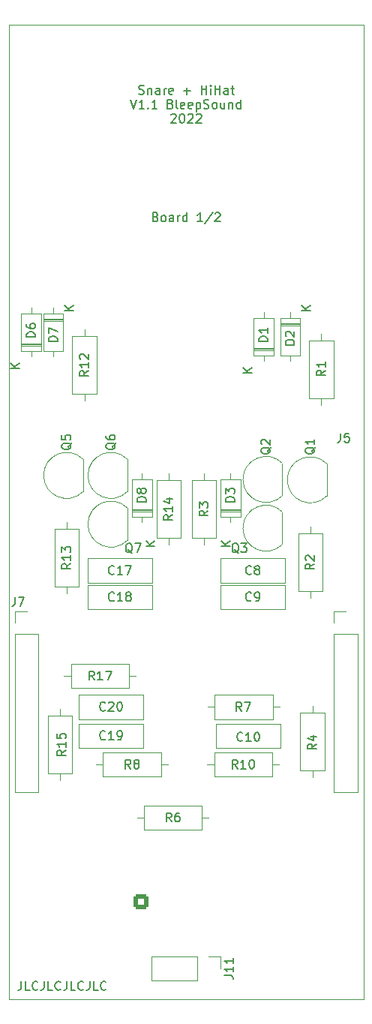
<source format=gto>
G04 #@! TF.GenerationSoftware,KiCad,Pcbnew,(6.0.6)*
G04 #@! TF.CreationDate,2022-10-26T13:26:05+02:00*
G04 #@! TF.ProjectId,Snare+Hihat,536e6172-652b-4486-9968-61742e6b6963,rev?*
G04 #@! TF.SameCoordinates,Original*
G04 #@! TF.FileFunction,Legend,Top*
G04 #@! TF.FilePolarity,Positive*
%FSLAX46Y46*%
G04 Gerber Fmt 4.6, Leading zero omitted, Abs format (unit mm)*
G04 Created by KiCad (PCBNEW (6.0.6)) date 2022-10-26 13:26:05*
%MOMM*%
%LPD*%
G01*
G04 APERTURE LIST*
G04 Aperture macros list*
%AMRoundRect*
0 Rectangle with rounded corners*
0 $1 Rounding radius*
0 $2 $3 $4 $5 $6 $7 $8 $9 X,Y pos of 4 corners*
0 Add a 4 corners polygon primitive as box body*
4,1,4,$2,$3,$4,$5,$6,$7,$8,$9,$2,$3,0*
0 Add four circle primitives for the rounded corners*
1,1,$1+$1,$2,$3*
1,1,$1+$1,$4,$5*
1,1,$1+$1,$6,$7*
1,1,$1+$1,$8,$9*
0 Add four rect primitives between the rounded corners*
20,1,$1+$1,$2,$3,$4,$5,0*
20,1,$1+$1,$4,$5,$6,$7,0*
20,1,$1+$1,$6,$7,$8,$9,0*
20,1,$1+$1,$8,$9,$2,$3,0*%
G04 Aperture macros list end*
G04 #@! TA.AperFunction,Profile*
%ADD10C,0.050000*%
G04 #@! TD*
%ADD11C,0.150000*%
%ADD12C,0.120000*%
%ADD13C,1.600000*%
%ADD14R,1.600000X1.600000*%
%ADD15O,1.600000X1.600000*%
%ADD16R,1.700000X1.700000*%
%ADD17O,1.700000X1.700000*%
%ADD18R,1.500000X1.050000*%
%ADD19O,1.500000X1.050000*%
%ADD20R,1.800000X1.800000*%
%ADD21C,1.800000*%
%ADD22C,2.000000*%
%ADD23O,2.000000X2.000000*%
%ADD24RoundRect,0.250000X-0.600000X0.600000X-0.600000X-0.600000X0.600000X-0.600000X0.600000X0.600000X0*%
%ADD25C,1.700000*%
G04 APERTURE END LIST*
D10*
X69999999Y-31000000D02*
X70000000Y-141000000D01*
X30000000Y-31000000D02*
X30000000Y-141000000D01*
X30000000Y-31000000D02*
X69999999Y-31000000D01*
X30000000Y-141000000D02*
X70000000Y-141000000D01*
D11*
X31380952Y-138952380D02*
X31380952Y-139666666D01*
X31333333Y-139809523D01*
X31238095Y-139904761D01*
X31095238Y-139952380D01*
X31000000Y-139952380D01*
X32333333Y-139952380D02*
X31857142Y-139952380D01*
X31857142Y-138952380D01*
X33238095Y-139857142D02*
X33190476Y-139904761D01*
X33047619Y-139952380D01*
X32952380Y-139952380D01*
X32809523Y-139904761D01*
X32714285Y-139809523D01*
X32666666Y-139714285D01*
X32619047Y-139523809D01*
X32619047Y-139380952D01*
X32666666Y-139190476D01*
X32714285Y-139095238D01*
X32809523Y-139000000D01*
X32952380Y-138952380D01*
X33047619Y-138952380D01*
X33190476Y-139000000D01*
X33238095Y-139047619D01*
X33952380Y-138952380D02*
X33952380Y-139666666D01*
X33904761Y-139809523D01*
X33809523Y-139904761D01*
X33666666Y-139952380D01*
X33571428Y-139952380D01*
X34904761Y-139952380D02*
X34428571Y-139952380D01*
X34428571Y-138952380D01*
X35809523Y-139857142D02*
X35761904Y-139904761D01*
X35619047Y-139952380D01*
X35523809Y-139952380D01*
X35380952Y-139904761D01*
X35285714Y-139809523D01*
X35238095Y-139714285D01*
X35190476Y-139523809D01*
X35190476Y-139380952D01*
X35238095Y-139190476D01*
X35285714Y-139095238D01*
X35380952Y-139000000D01*
X35523809Y-138952380D01*
X35619047Y-138952380D01*
X35761904Y-139000000D01*
X35809523Y-139047619D01*
X36523809Y-138952380D02*
X36523809Y-139666666D01*
X36476190Y-139809523D01*
X36380952Y-139904761D01*
X36238095Y-139952380D01*
X36142857Y-139952380D01*
X37476190Y-139952380D02*
X37000000Y-139952380D01*
X37000000Y-138952380D01*
X38380952Y-139857142D02*
X38333333Y-139904761D01*
X38190476Y-139952380D01*
X38095238Y-139952380D01*
X37952380Y-139904761D01*
X37857142Y-139809523D01*
X37809523Y-139714285D01*
X37761904Y-139523809D01*
X37761904Y-139380952D01*
X37809523Y-139190476D01*
X37857142Y-139095238D01*
X37952380Y-139000000D01*
X38095238Y-138952380D01*
X38190476Y-138952380D01*
X38333333Y-139000000D01*
X38380952Y-139047619D01*
X39095238Y-138952380D02*
X39095238Y-139666666D01*
X39047619Y-139809523D01*
X38952380Y-139904761D01*
X38809523Y-139952380D01*
X38714285Y-139952380D01*
X40047619Y-139952380D02*
X39571428Y-139952380D01*
X39571428Y-138952380D01*
X40952380Y-139857142D02*
X40904761Y-139904761D01*
X40761904Y-139952380D01*
X40666666Y-139952380D01*
X40523809Y-139904761D01*
X40428571Y-139809523D01*
X40380952Y-139714285D01*
X40333333Y-139523809D01*
X40333333Y-139380952D01*
X40380952Y-139190476D01*
X40428571Y-139095238D01*
X40523809Y-139000000D01*
X40666666Y-138952380D01*
X40761904Y-138952380D01*
X40904761Y-139000000D01*
X40952380Y-139047619D01*
X44666666Y-38794761D02*
X44809523Y-38842380D01*
X45047619Y-38842380D01*
X45142857Y-38794761D01*
X45190476Y-38747142D01*
X45238095Y-38651904D01*
X45238095Y-38556666D01*
X45190476Y-38461428D01*
X45142857Y-38413809D01*
X45047619Y-38366190D01*
X44857142Y-38318571D01*
X44761904Y-38270952D01*
X44714285Y-38223333D01*
X44666666Y-38128095D01*
X44666666Y-38032857D01*
X44714285Y-37937619D01*
X44761904Y-37890000D01*
X44857142Y-37842380D01*
X45095238Y-37842380D01*
X45238095Y-37890000D01*
X45666666Y-38175714D02*
X45666666Y-38842380D01*
X45666666Y-38270952D02*
X45714285Y-38223333D01*
X45809523Y-38175714D01*
X45952380Y-38175714D01*
X46047619Y-38223333D01*
X46095238Y-38318571D01*
X46095238Y-38842380D01*
X47000000Y-38842380D02*
X47000000Y-38318571D01*
X46952380Y-38223333D01*
X46857142Y-38175714D01*
X46666666Y-38175714D01*
X46571428Y-38223333D01*
X47000000Y-38794761D02*
X46904761Y-38842380D01*
X46666666Y-38842380D01*
X46571428Y-38794761D01*
X46523809Y-38699523D01*
X46523809Y-38604285D01*
X46571428Y-38509047D01*
X46666666Y-38461428D01*
X46904761Y-38461428D01*
X47000000Y-38413809D01*
X47476190Y-38842380D02*
X47476190Y-38175714D01*
X47476190Y-38366190D02*
X47523809Y-38270952D01*
X47571428Y-38223333D01*
X47666666Y-38175714D01*
X47761904Y-38175714D01*
X48476190Y-38794761D02*
X48380952Y-38842380D01*
X48190476Y-38842380D01*
X48095238Y-38794761D01*
X48047619Y-38699523D01*
X48047619Y-38318571D01*
X48095238Y-38223333D01*
X48190476Y-38175714D01*
X48380952Y-38175714D01*
X48476190Y-38223333D01*
X48523809Y-38318571D01*
X48523809Y-38413809D01*
X48047619Y-38509047D01*
X49714285Y-38461428D02*
X50476190Y-38461428D01*
X50095238Y-38842380D02*
X50095238Y-38080476D01*
X51714285Y-38842380D02*
X51714285Y-37842380D01*
X51714285Y-38318571D02*
X52285714Y-38318571D01*
X52285714Y-38842380D02*
X52285714Y-37842380D01*
X52761904Y-38842380D02*
X52761904Y-38175714D01*
X52761904Y-37842380D02*
X52714285Y-37890000D01*
X52761904Y-37937619D01*
X52809523Y-37890000D01*
X52761904Y-37842380D01*
X52761904Y-37937619D01*
X53238095Y-38842380D02*
X53238095Y-37842380D01*
X53238095Y-38318571D02*
X53809523Y-38318571D01*
X53809523Y-38842380D02*
X53809523Y-37842380D01*
X54714285Y-38842380D02*
X54714285Y-38318571D01*
X54666666Y-38223333D01*
X54571428Y-38175714D01*
X54380952Y-38175714D01*
X54285714Y-38223333D01*
X54714285Y-38794761D02*
X54619047Y-38842380D01*
X54380952Y-38842380D01*
X54285714Y-38794761D01*
X54238095Y-38699523D01*
X54238095Y-38604285D01*
X54285714Y-38509047D01*
X54380952Y-38461428D01*
X54619047Y-38461428D01*
X54714285Y-38413809D01*
X55047619Y-38175714D02*
X55428571Y-38175714D01*
X55190476Y-37842380D02*
X55190476Y-38699523D01*
X55238095Y-38794761D01*
X55333333Y-38842380D01*
X55428571Y-38842380D01*
X43738095Y-39452380D02*
X44071428Y-40452380D01*
X44404761Y-39452380D01*
X45261904Y-40452380D02*
X44690476Y-40452380D01*
X44976190Y-40452380D02*
X44976190Y-39452380D01*
X44880952Y-39595238D01*
X44785714Y-39690476D01*
X44690476Y-39738095D01*
X45690476Y-40357142D02*
X45738095Y-40404761D01*
X45690476Y-40452380D01*
X45642857Y-40404761D01*
X45690476Y-40357142D01*
X45690476Y-40452380D01*
X46690476Y-40452380D02*
X46119047Y-40452380D01*
X46404761Y-40452380D02*
X46404761Y-39452380D01*
X46309523Y-39595238D01*
X46214285Y-39690476D01*
X46119047Y-39738095D01*
X48214285Y-39928571D02*
X48357142Y-39976190D01*
X48404761Y-40023809D01*
X48452380Y-40119047D01*
X48452380Y-40261904D01*
X48404761Y-40357142D01*
X48357142Y-40404761D01*
X48261904Y-40452380D01*
X47880952Y-40452380D01*
X47880952Y-39452380D01*
X48214285Y-39452380D01*
X48309523Y-39500000D01*
X48357142Y-39547619D01*
X48404761Y-39642857D01*
X48404761Y-39738095D01*
X48357142Y-39833333D01*
X48309523Y-39880952D01*
X48214285Y-39928571D01*
X47880952Y-39928571D01*
X49023809Y-40452380D02*
X48928571Y-40404761D01*
X48880952Y-40309523D01*
X48880952Y-39452380D01*
X49785714Y-40404761D02*
X49690476Y-40452380D01*
X49500000Y-40452380D01*
X49404761Y-40404761D01*
X49357142Y-40309523D01*
X49357142Y-39928571D01*
X49404761Y-39833333D01*
X49500000Y-39785714D01*
X49690476Y-39785714D01*
X49785714Y-39833333D01*
X49833333Y-39928571D01*
X49833333Y-40023809D01*
X49357142Y-40119047D01*
X50642857Y-40404761D02*
X50547619Y-40452380D01*
X50357142Y-40452380D01*
X50261904Y-40404761D01*
X50214285Y-40309523D01*
X50214285Y-39928571D01*
X50261904Y-39833333D01*
X50357142Y-39785714D01*
X50547619Y-39785714D01*
X50642857Y-39833333D01*
X50690476Y-39928571D01*
X50690476Y-40023809D01*
X50214285Y-40119047D01*
X51119047Y-39785714D02*
X51119047Y-40785714D01*
X51119047Y-39833333D02*
X51214285Y-39785714D01*
X51404761Y-39785714D01*
X51500000Y-39833333D01*
X51547619Y-39880952D01*
X51595238Y-39976190D01*
X51595238Y-40261904D01*
X51547619Y-40357142D01*
X51500000Y-40404761D01*
X51404761Y-40452380D01*
X51214285Y-40452380D01*
X51119047Y-40404761D01*
X51976190Y-40404761D02*
X52119047Y-40452380D01*
X52357142Y-40452380D01*
X52452380Y-40404761D01*
X52500000Y-40357142D01*
X52547619Y-40261904D01*
X52547619Y-40166666D01*
X52500000Y-40071428D01*
X52452380Y-40023809D01*
X52357142Y-39976190D01*
X52166666Y-39928571D01*
X52071428Y-39880952D01*
X52023809Y-39833333D01*
X51976190Y-39738095D01*
X51976190Y-39642857D01*
X52023809Y-39547619D01*
X52071428Y-39500000D01*
X52166666Y-39452380D01*
X52404761Y-39452380D01*
X52547619Y-39500000D01*
X53119047Y-40452380D02*
X53023809Y-40404761D01*
X52976190Y-40357142D01*
X52928571Y-40261904D01*
X52928571Y-39976190D01*
X52976190Y-39880952D01*
X53023809Y-39833333D01*
X53119047Y-39785714D01*
X53261904Y-39785714D01*
X53357142Y-39833333D01*
X53404761Y-39880952D01*
X53452380Y-39976190D01*
X53452380Y-40261904D01*
X53404761Y-40357142D01*
X53357142Y-40404761D01*
X53261904Y-40452380D01*
X53119047Y-40452380D01*
X54309523Y-39785714D02*
X54309523Y-40452380D01*
X53880952Y-39785714D02*
X53880952Y-40309523D01*
X53928571Y-40404761D01*
X54023809Y-40452380D01*
X54166666Y-40452380D01*
X54261904Y-40404761D01*
X54309523Y-40357142D01*
X54785714Y-39785714D02*
X54785714Y-40452380D01*
X54785714Y-39880952D02*
X54833333Y-39833333D01*
X54928571Y-39785714D01*
X55071428Y-39785714D01*
X55166666Y-39833333D01*
X55214285Y-39928571D01*
X55214285Y-40452380D01*
X56119047Y-40452380D02*
X56119047Y-39452380D01*
X56119047Y-40404761D02*
X56023809Y-40452380D01*
X55833333Y-40452380D01*
X55738095Y-40404761D01*
X55690476Y-40357142D01*
X55642857Y-40261904D01*
X55642857Y-39976190D01*
X55690476Y-39880952D01*
X55738095Y-39833333D01*
X55833333Y-39785714D01*
X56023809Y-39785714D01*
X56119047Y-39833333D01*
X48285714Y-41157619D02*
X48333333Y-41110000D01*
X48428571Y-41062380D01*
X48666666Y-41062380D01*
X48761904Y-41110000D01*
X48809523Y-41157619D01*
X48857142Y-41252857D01*
X48857142Y-41348095D01*
X48809523Y-41490952D01*
X48238095Y-42062380D01*
X48857142Y-42062380D01*
X49476190Y-41062380D02*
X49571428Y-41062380D01*
X49666666Y-41110000D01*
X49714285Y-41157619D01*
X49761904Y-41252857D01*
X49809523Y-41443333D01*
X49809523Y-41681428D01*
X49761904Y-41871904D01*
X49714285Y-41967142D01*
X49666666Y-42014761D01*
X49571428Y-42062380D01*
X49476190Y-42062380D01*
X49380952Y-42014761D01*
X49333333Y-41967142D01*
X49285714Y-41871904D01*
X49238095Y-41681428D01*
X49238095Y-41443333D01*
X49285714Y-41252857D01*
X49333333Y-41157619D01*
X49380952Y-41110000D01*
X49476190Y-41062380D01*
X50190476Y-41157619D02*
X50238095Y-41110000D01*
X50333333Y-41062380D01*
X50571428Y-41062380D01*
X50666666Y-41110000D01*
X50714285Y-41157619D01*
X50761904Y-41252857D01*
X50761904Y-41348095D01*
X50714285Y-41490952D01*
X50142857Y-42062380D01*
X50761904Y-42062380D01*
X51142857Y-41157619D02*
X51190476Y-41110000D01*
X51285714Y-41062380D01*
X51523809Y-41062380D01*
X51619047Y-41110000D01*
X51666666Y-41157619D01*
X51714285Y-41252857D01*
X51714285Y-41348095D01*
X51666666Y-41490952D01*
X51095238Y-42062380D01*
X51714285Y-42062380D01*
X46547619Y-52678571D02*
X46690476Y-52726190D01*
X46738095Y-52773809D01*
X46785714Y-52869047D01*
X46785714Y-53011904D01*
X46738095Y-53107142D01*
X46690476Y-53154761D01*
X46595238Y-53202380D01*
X46214285Y-53202380D01*
X46214285Y-52202380D01*
X46547619Y-52202380D01*
X46642857Y-52250000D01*
X46690476Y-52297619D01*
X46738095Y-52392857D01*
X46738095Y-52488095D01*
X46690476Y-52583333D01*
X46642857Y-52630952D01*
X46547619Y-52678571D01*
X46214285Y-52678571D01*
X47357142Y-53202380D02*
X47261904Y-53154761D01*
X47214285Y-53107142D01*
X47166666Y-53011904D01*
X47166666Y-52726190D01*
X47214285Y-52630952D01*
X47261904Y-52583333D01*
X47357142Y-52535714D01*
X47500000Y-52535714D01*
X47595238Y-52583333D01*
X47642857Y-52630952D01*
X47690476Y-52726190D01*
X47690476Y-53011904D01*
X47642857Y-53107142D01*
X47595238Y-53154761D01*
X47500000Y-53202380D01*
X47357142Y-53202380D01*
X48547619Y-53202380D02*
X48547619Y-52678571D01*
X48500000Y-52583333D01*
X48404761Y-52535714D01*
X48214285Y-52535714D01*
X48119047Y-52583333D01*
X48547619Y-53154761D02*
X48452380Y-53202380D01*
X48214285Y-53202380D01*
X48119047Y-53154761D01*
X48071428Y-53059523D01*
X48071428Y-52964285D01*
X48119047Y-52869047D01*
X48214285Y-52821428D01*
X48452380Y-52821428D01*
X48547619Y-52773809D01*
X49023809Y-53202380D02*
X49023809Y-52535714D01*
X49023809Y-52726190D02*
X49071428Y-52630952D01*
X49119047Y-52583333D01*
X49214285Y-52535714D01*
X49309523Y-52535714D01*
X50071428Y-53202380D02*
X50071428Y-52202380D01*
X50071428Y-53154761D02*
X49976190Y-53202380D01*
X49785714Y-53202380D01*
X49690476Y-53154761D01*
X49642857Y-53107142D01*
X49595238Y-53011904D01*
X49595238Y-52726190D01*
X49642857Y-52630952D01*
X49690476Y-52583333D01*
X49785714Y-52535714D01*
X49976190Y-52535714D01*
X50071428Y-52583333D01*
X51833333Y-53202380D02*
X51261904Y-53202380D01*
X51547619Y-53202380D02*
X51547619Y-52202380D01*
X51452380Y-52345238D01*
X51357142Y-52440476D01*
X51261904Y-52488095D01*
X52976190Y-52154761D02*
X52119047Y-53440476D01*
X53261904Y-52297619D02*
X53309523Y-52250000D01*
X53404761Y-52202380D01*
X53642857Y-52202380D01*
X53738095Y-52250000D01*
X53785714Y-52297619D01*
X53833333Y-52392857D01*
X53833333Y-52488095D01*
X53785714Y-52630952D01*
X53214285Y-53202380D01*
X53833333Y-53202380D01*
X57333333Y-92947142D02*
X57285714Y-92994761D01*
X57142857Y-93042380D01*
X57047619Y-93042380D01*
X56904761Y-92994761D01*
X56809523Y-92899523D01*
X56761904Y-92804285D01*
X56714285Y-92613809D01*
X56714285Y-92470952D01*
X56761904Y-92280476D01*
X56809523Y-92185238D01*
X56904761Y-92090000D01*
X57047619Y-92042380D01*
X57142857Y-92042380D01*
X57285714Y-92090000D01*
X57333333Y-92137619D01*
X57904761Y-92470952D02*
X57809523Y-92423333D01*
X57761904Y-92375714D01*
X57714285Y-92280476D01*
X57714285Y-92232857D01*
X57761904Y-92137619D01*
X57809523Y-92090000D01*
X57904761Y-92042380D01*
X58095238Y-92042380D01*
X58190476Y-92090000D01*
X58238095Y-92137619D01*
X58285714Y-92232857D01*
X58285714Y-92280476D01*
X58238095Y-92375714D01*
X58190476Y-92423333D01*
X58095238Y-92470952D01*
X57904761Y-92470952D01*
X57809523Y-92518571D01*
X57761904Y-92566190D01*
X57714285Y-92661428D01*
X57714285Y-92851904D01*
X57761904Y-92947142D01*
X57809523Y-92994761D01*
X57904761Y-93042380D01*
X58095238Y-93042380D01*
X58190476Y-92994761D01*
X58238095Y-92947142D01*
X58285714Y-92851904D01*
X58285714Y-92661428D01*
X58238095Y-92566190D01*
X58190476Y-92518571D01*
X58095238Y-92470952D01*
X57333333Y-95947142D02*
X57285714Y-95994761D01*
X57142857Y-96042380D01*
X57047619Y-96042380D01*
X56904761Y-95994761D01*
X56809523Y-95899523D01*
X56761904Y-95804285D01*
X56714285Y-95613809D01*
X56714285Y-95470952D01*
X56761904Y-95280476D01*
X56809523Y-95185238D01*
X56904761Y-95090000D01*
X57047619Y-95042380D01*
X57142857Y-95042380D01*
X57285714Y-95090000D01*
X57333333Y-95137619D01*
X57809523Y-96042380D02*
X58000000Y-96042380D01*
X58095238Y-95994761D01*
X58142857Y-95947142D01*
X58238095Y-95804285D01*
X58285714Y-95613809D01*
X58285714Y-95232857D01*
X58238095Y-95137619D01*
X58190476Y-95090000D01*
X58095238Y-95042380D01*
X57904761Y-95042380D01*
X57809523Y-95090000D01*
X57761904Y-95137619D01*
X57714285Y-95232857D01*
X57714285Y-95470952D01*
X57761904Y-95566190D01*
X57809523Y-95613809D01*
X57904761Y-95661428D01*
X58095238Y-95661428D01*
X58190476Y-95613809D01*
X58238095Y-95566190D01*
X58285714Y-95470952D01*
X56357142Y-111757142D02*
X56309523Y-111804761D01*
X56166666Y-111852380D01*
X56071428Y-111852380D01*
X55928571Y-111804761D01*
X55833333Y-111709523D01*
X55785714Y-111614285D01*
X55738095Y-111423809D01*
X55738095Y-111280952D01*
X55785714Y-111090476D01*
X55833333Y-110995238D01*
X55928571Y-110900000D01*
X56071428Y-110852380D01*
X56166666Y-110852380D01*
X56309523Y-110900000D01*
X56357142Y-110947619D01*
X57309523Y-111852380D02*
X56738095Y-111852380D01*
X57023809Y-111852380D02*
X57023809Y-110852380D01*
X56928571Y-110995238D01*
X56833333Y-111090476D01*
X56738095Y-111138095D01*
X57928571Y-110852380D02*
X58023809Y-110852380D01*
X58119047Y-110900000D01*
X58166666Y-110947619D01*
X58214285Y-111042857D01*
X58261904Y-111233333D01*
X58261904Y-111471428D01*
X58214285Y-111661904D01*
X58166666Y-111757142D01*
X58119047Y-111804761D01*
X58023809Y-111852380D01*
X57928571Y-111852380D01*
X57833333Y-111804761D01*
X57785714Y-111757142D01*
X57738095Y-111661904D01*
X57690476Y-111471428D01*
X57690476Y-111233333D01*
X57738095Y-111042857D01*
X57785714Y-110947619D01*
X57833333Y-110900000D01*
X57928571Y-110852380D01*
X41857142Y-92947142D02*
X41809523Y-92994761D01*
X41666666Y-93042380D01*
X41571428Y-93042380D01*
X41428571Y-92994761D01*
X41333333Y-92899523D01*
X41285714Y-92804285D01*
X41238095Y-92613809D01*
X41238095Y-92470952D01*
X41285714Y-92280476D01*
X41333333Y-92185238D01*
X41428571Y-92090000D01*
X41571428Y-92042380D01*
X41666666Y-92042380D01*
X41809523Y-92090000D01*
X41857142Y-92137619D01*
X42809523Y-93042380D02*
X42238095Y-93042380D01*
X42523809Y-93042380D02*
X42523809Y-92042380D01*
X42428571Y-92185238D01*
X42333333Y-92280476D01*
X42238095Y-92328095D01*
X43142857Y-92042380D02*
X43809523Y-92042380D01*
X43380952Y-93042380D01*
X41857142Y-95947142D02*
X41809523Y-95994761D01*
X41666666Y-96042380D01*
X41571428Y-96042380D01*
X41428571Y-95994761D01*
X41333333Y-95899523D01*
X41285714Y-95804285D01*
X41238095Y-95613809D01*
X41238095Y-95470952D01*
X41285714Y-95280476D01*
X41333333Y-95185238D01*
X41428571Y-95090000D01*
X41571428Y-95042380D01*
X41666666Y-95042380D01*
X41809523Y-95090000D01*
X41857142Y-95137619D01*
X42809523Y-96042380D02*
X42238095Y-96042380D01*
X42523809Y-96042380D02*
X42523809Y-95042380D01*
X42428571Y-95185238D01*
X42333333Y-95280476D01*
X42238095Y-95328095D01*
X43380952Y-95470952D02*
X43285714Y-95423333D01*
X43238095Y-95375714D01*
X43190476Y-95280476D01*
X43190476Y-95232857D01*
X43238095Y-95137619D01*
X43285714Y-95090000D01*
X43380952Y-95042380D01*
X43571428Y-95042380D01*
X43666666Y-95090000D01*
X43714285Y-95137619D01*
X43761904Y-95232857D01*
X43761904Y-95280476D01*
X43714285Y-95375714D01*
X43666666Y-95423333D01*
X43571428Y-95470952D01*
X43380952Y-95470952D01*
X43285714Y-95518571D01*
X43238095Y-95566190D01*
X43190476Y-95661428D01*
X43190476Y-95851904D01*
X43238095Y-95947142D01*
X43285714Y-95994761D01*
X43380952Y-96042380D01*
X43571428Y-96042380D01*
X43666666Y-95994761D01*
X43714285Y-95947142D01*
X43761904Y-95851904D01*
X43761904Y-95661428D01*
X43714285Y-95566190D01*
X43666666Y-95518571D01*
X43571428Y-95470952D01*
X40857142Y-111607142D02*
X40809523Y-111654761D01*
X40666666Y-111702380D01*
X40571428Y-111702380D01*
X40428571Y-111654761D01*
X40333333Y-111559523D01*
X40285714Y-111464285D01*
X40238095Y-111273809D01*
X40238095Y-111130952D01*
X40285714Y-110940476D01*
X40333333Y-110845238D01*
X40428571Y-110750000D01*
X40571428Y-110702380D01*
X40666666Y-110702380D01*
X40809523Y-110750000D01*
X40857142Y-110797619D01*
X41809523Y-111702380D02*
X41238095Y-111702380D01*
X41523809Y-111702380D02*
X41523809Y-110702380D01*
X41428571Y-110845238D01*
X41333333Y-110940476D01*
X41238095Y-110988095D01*
X42285714Y-111702380D02*
X42476190Y-111702380D01*
X42571428Y-111654761D01*
X42619047Y-111607142D01*
X42714285Y-111464285D01*
X42761904Y-111273809D01*
X42761904Y-110892857D01*
X42714285Y-110797619D01*
X42666666Y-110750000D01*
X42571428Y-110702380D01*
X42380952Y-110702380D01*
X42285714Y-110750000D01*
X42238095Y-110797619D01*
X42190476Y-110892857D01*
X42190476Y-111130952D01*
X42238095Y-111226190D01*
X42285714Y-111273809D01*
X42380952Y-111321428D01*
X42571428Y-111321428D01*
X42666666Y-111273809D01*
X42714285Y-111226190D01*
X42761904Y-111130952D01*
X40857142Y-108337142D02*
X40809523Y-108384761D01*
X40666666Y-108432380D01*
X40571428Y-108432380D01*
X40428571Y-108384761D01*
X40333333Y-108289523D01*
X40285714Y-108194285D01*
X40238095Y-108003809D01*
X40238095Y-107860952D01*
X40285714Y-107670476D01*
X40333333Y-107575238D01*
X40428571Y-107480000D01*
X40571428Y-107432380D01*
X40666666Y-107432380D01*
X40809523Y-107480000D01*
X40857142Y-107527619D01*
X41238095Y-107527619D02*
X41285714Y-107480000D01*
X41380952Y-107432380D01*
X41619047Y-107432380D01*
X41714285Y-107480000D01*
X41761904Y-107527619D01*
X41809523Y-107622857D01*
X41809523Y-107718095D01*
X41761904Y-107860952D01*
X41190476Y-108432380D01*
X41809523Y-108432380D01*
X42428571Y-107432380D02*
X42523809Y-107432380D01*
X42619047Y-107480000D01*
X42666666Y-107527619D01*
X42714285Y-107622857D01*
X42761904Y-107813333D01*
X42761904Y-108051428D01*
X42714285Y-108241904D01*
X42666666Y-108337142D01*
X42619047Y-108384761D01*
X42523809Y-108432380D01*
X42428571Y-108432380D01*
X42333333Y-108384761D01*
X42285714Y-108337142D01*
X42238095Y-108241904D01*
X42190476Y-108051428D01*
X42190476Y-107813333D01*
X42238095Y-107622857D01*
X42285714Y-107527619D01*
X42333333Y-107480000D01*
X42428571Y-107432380D01*
X59202380Y-66738095D02*
X58202380Y-66738095D01*
X58202380Y-66500000D01*
X58250000Y-66357142D01*
X58345238Y-66261904D01*
X58440476Y-66214285D01*
X58630952Y-66166666D01*
X58773809Y-66166666D01*
X58964285Y-66214285D01*
X59059523Y-66261904D01*
X59154761Y-66357142D01*
X59202380Y-66500000D01*
X59202380Y-66738095D01*
X59202380Y-65214285D02*
X59202380Y-65785714D01*
X59202380Y-65500000D02*
X58202380Y-65500000D01*
X58345238Y-65595238D01*
X58440476Y-65690476D01*
X58488095Y-65785714D01*
X57402380Y-70261904D02*
X56402380Y-70261904D01*
X57402380Y-69690476D02*
X56830952Y-70119047D01*
X56402380Y-69690476D02*
X56973809Y-70261904D01*
X62202380Y-67118095D02*
X61202380Y-67118095D01*
X61202380Y-66880000D01*
X61250000Y-66737142D01*
X61345238Y-66641904D01*
X61440476Y-66594285D01*
X61630952Y-66546666D01*
X61773809Y-66546666D01*
X61964285Y-66594285D01*
X62059523Y-66641904D01*
X62154761Y-66737142D01*
X62202380Y-66880000D01*
X62202380Y-67118095D01*
X61297619Y-66165714D02*
X61250000Y-66118095D01*
X61202380Y-66022857D01*
X61202380Y-65784761D01*
X61250000Y-65689523D01*
X61297619Y-65641904D01*
X61392857Y-65594285D01*
X61488095Y-65594285D01*
X61630952Y-65641904D01*
X62202380Y-66213333D01*
X62202380Y-65594285D01*
X64002380Y-63261904D02*
X63002380Y-63261904D01*
X64002380Y-62690476D02*
X63430952Y-63119047D01*
X63002380Y-62690476D02*
X63573809Y-63261904D01*
X55452380Y-84828095D02*
X54452380Y-84828095D01*
X54452380Y-84590000D01*
X54500000Y-84447142D01*
X54595238Y-84351904D01*
X54690476Y-84304285D01*
X54880952Y-84256666D01*
X55023809Y-84256666D01*
X55214285Y-84304285D01*
X55309523Y-84351904D01*
X55404761Y-84447142D01*
X55452380Y-84590000D01*
X55452380Y-84828095D01*
X54452380Y-83923333D02*
X54452380Y-83304285D01*
X54833333Y-83637619D01*
X54833333Y-83494761D01*
X54880952Y-83399523D01*
X54928571Y-83351904D01*
X55023809Y-83304285D01*
X55261904Y-83304285D01*
X55357142Y-83351904D01*
X55404761Y-83399523D01*
X55452380Y-83494761D01*
X55452380Y-83780476D01*
X55404761Y-83875714D01*
X55357142Y-83923333D01*
X54952380Y-89851904D02*
X53952380Y-89851904D01*
X54952380Y-89280476D02*
X54380952Y-89709047D01*
X53952380Y-89280476D02*
X54523809Y-89851904D01*
X32952380Y-66238095D02*
X31952380Y-66238095D01*
X31952380Y-66000000D01*
X32000000Y-65857142D01*
X32095238Y-65761904D01*
X32190476Y-65714285D01*
X32380952Y-65666666D01*
X32523809Y-65666666D01*
X32714285Y-65714285D01*
X32809523Y-65761904D01*
X32904761Y-65857142D01*
X32952380Y-66000000D01*
X32952380Y-66238095D01*
X31952380Y-64809523D02*
X31952380Y-65000000D01*
X32000000Y-65095238D01*
X32047619Y-65142857D01*
X32190476Y-65238095D01*
X32380952Y-65285714D01*
X32761904Y-65285714D01*
X32857142Y-65238095D01*
X32904761Y-65190476D01*
X32952380Y-65095238D01*
X32952380Y-64904761D01*
X32904761Y-64809523D01*
X32857142Y-64761904D01*
X32761904Y-64714285D01*
X32523809Y-64714285D01*
X32428571Y-64761904D01*
X32380952Y-64809523D01*
X32333333Y-64904761D01*
X32333333Y-65095238D01*
X32380952Y-65190476D01*
X32428571Y-65238095D01*
X32523809Y-65285714D01*
X31152380Y-69761904D02*
X30152380Y-69761904D01*
X31152380Y-69190476D02*
X30580952Y-69619047D01*
X30152380Y-69190476D02*
X30723809Y-69761904D01*
X35452380Y-66738095D02*
X34452380Y-66738095D01*
X34452380Y-66500000D01*
X34500000Y-66357142D01*
X34595238Y-66261904D01*
X34690476Y-66214285D01*
X34880952Y-66166666D01*
X35023809Y-66166666D01*
X35214285Y-66214285D01*
X35309523Y-66261904D01*
X35404761Y-66357142D01*
X35452380Y-66500000D01*
X35452380Y-66738095D01*
X34452380Y-65833333D02*
X34452380Y-65166666D01*
X35452380Y-65595238D01*
X37252380Y-63261904D02*
X36252380Y-63261904D01*
X37252380Y-62690476D02*
X36680952Y-63119047D01*
X36252380Y-62690476D02*
X36823809Y-63261904D01*
X67416666Y-77122380D02*
X67416666Y-77836666D01*
X67369047Y-77979523D01*
X67273809Y-78074761D01*
X67130952Y-78122380D01*
X67035714Y-78122380D01*
X68369047Y-77122380D02*
X67892857Y-77122380D01*
X67845238Y-77598571D01*
X67892857Y-77550952D01*
X67988095Y-77503333D01*
X68226190Y-77503333D01*
X68321428Y-77550952D01*
X68369047Y-77598571D01*
X68416666Y-77693809D01*
X68416666Y-77931904D01*
X68369047Y-78027142D01*
X68321428Y-78074761D01*
X68226190Y-78122380D01*
X67988095Y-78122380D01*
X67892857Y-78074761D01*
X67845238Y-78027142D01*
X30666666Y-95622380D02*
X30666666Y-96336666D01*
X30619047Y-96479523D01*
X30523809Y-96574761D01*
X30380952Y-96622380D01*
X30285714Y-96622380D01*
X31047619Y-95622380D02*
X31714285Y-95622380D01*
X31285714Y-96622380D01*
X64547619Y-78685238D02*
X64500000Y-78780476D01*
X64404761Y-78875714D01*
X64261904Y-79018571D01*
X64214285Y-79113809D01*
X64214285Y-79209047D01*
X64452380Y-79161428D02*
X64404761Y-79256666D01*
X64309523Y-79351904D01*
X64119047Y-79399523D01*
X63785714Y-79399523D01*
X63595238Y-79351904D01*
X63500000Y-79256666D01*
X63452380Y-79161428D01*
X63452380Y-78970952D01*
X63500000Y-78875714D01*
X63595238Y-78780476D01*
X63785714Y-78732857D01*
X64119047Y-78732857D01*
X64309523Y-78780476D01*
X64404761Y-78875714D01*
X64452380Y-78970952D01*
X64452380Y-79161428D01*
X64452380Y-77780476D02*
X64452380Y-78351904D01*
X64452380Y-78066190D02*
X63452380Y-78066190D01*
X63595238Y-78161428D01*
X63690476Y-78256666D01*
X63738095Y-78351904D01*
X59547619Y-78685238D02*
X59500000Y-78780476D01*
X59404761Y-78875714D01*
X59261904Y-79018571D01*
X59214285Y-79113809D01*
X59214285Y-79209047D01*
X59452380Y-79161428D02*
X59404761Y-79256666D01*
X59309523Y-79351904D01*
X59119047Y-79399523D01*
X58785714Y-79399523D01*
X58595238Y-79351904D01*
X58500000Y-79256666D01*
X58452380Y-79161428D01*
X58452380Y-78970952D01*
X58500000Y-78875714D01*
X58595238Y-78780476D01*
X58785714Y-78732857D01*
X59119047Y-78732857D01*
X59309523Y-78780476D01*
X59404761Y-78875714D01*
X59452380Y-78970952D01*
X59452380Y-79161428D01*
X58547619Y-78351904D02*
X58500000Y-78304285D01*
X58452380Y-78209047D01*
X58452380Y-77970952D01*
X58500000Y-77875714D01*
X58547619Y-77828095D01*
X58642857Y-77780476D01*
X58738095Y-77780476D01*
X58880952Y-77828095D01*
X59452380Y-78399523D01*
X59452380Y-77780476D01*
X55904761Y-90637619D02*
X55809523Y-90590000D01*
X55714285Y-90494761D01*
X55571428Y-90351904D01*
X55476190Y-90304285D01*
X55380952Y-90304285D01*
X55428571Y-90542380D02*
X55333333Y-90494761D01*
X55238095Y-90399523D01*
X55190476Y-90209047D01*
X55190476Y-89875714D01*
X55238095Y-89685238D01*
X55333333Y-89590000D01*
X55428571Y-89542380D01*
X55619047Y-89542380D01*
X55714285Y-89590000D01*
X55809523Y-89685238D01*
X55857142Y-89875714D01*
X55857142Y-90209047D01*
X55809523Y-90399523D01*
X55714285Y-90494761D01*
X55619047Y-90542380D01*
X55428571Y-90542380D01*
X56190476Y-89542380D02*
X56809523Y-89542380D01*
X56476190Y-89923333D01*
X56619047Y-89923333D01*
X56714285Y-89970952D01*
X56761904Y-90018571D01*
X56809523Y-90113809D01*
X56809523Y-90351904D01*
X56761904Y-90447142D01*
X56714285Y-90494761D01*
X56619047Y-90542380D01*
X56333333Y-90542380D01*
X56238095Y-90494761D01*
X56190476Y-90447142D01*
X37047619Y-78185238D02*
X37000000Y-78280476D01*
X36904761Y-78375714D01*
X36761904Y-78518571D01*
X36714285Y-78613809D01*
X36714285Y-78709047D01*
X36952380Y-78661428D02*
X36904761Y-78756666D01*
X36809523Y-78851904D01*
X36619047Y-78899523D01*
X36285714Y-78899523D01*
X36095238Y-78851904D01*
X36000000Y-78756666D01*
X35952380Y-78661428D01*
X35952380Y-78470952D01*
X36000000Y-78375714D01*
X36095238Y-78280476D01*
X36285714Y-78232857D01*
X36619047Y-78232857D01*
X36809523Y-78280476D01*
X36904761Y-78375714D01*
X36952380Y-78470952D01*
X36952380Y-78661428D01*
X35952380Y-77328095D02*
X35952380Y-77804285D01*
X36428571Y-77851904D01*
X36380952Y-77804285D01*
X36333333Y-77709047D01*
X36333333Y-77470952D01*
X36380952Y-77375714D01*
X36428571Y-77328095D01*
X36523809Y-77280476D01*
X36761904Y-77280476D01*
X36857142Y-77328095D01*
X36904761Y-77375714D01*
X36952380Y-77470952D01*
X36952380Y-77709047D01*
X36904761Y-77804285D01*
X36857142Y-77851904D01*
X42047619Y-78185238D02*
X42000000Y-78280476D01*
X41904761Y-78375714D01*
X41761904Y-78518571D01*
X41714285Y-78613809D01*
X41714285Y-78709047D01*
X41952380Y-78661428D02*
X41904761Y-78756666D01*
X41809523Y-78851904D01*
X41619047Y-78899523D01*
X41285714Y-78899523D01*
X41095238Y-78851904D01*
X41000000Y-78756666D01*
X40952380Y-78661428D01*
X40952380Y-78470952D01*
X41000000Y-78375714D01*
X41095238Y-78280476D01*
X41285714Y-78232857D01*
X41619047Y-78232857D01*
X41809523Y-78280476D01*
X41904761Y-78375714D01*
X41952380Y-78470952D01*
X41952380Y-78661428D01*
X40952380Y-77375714D02*
X40952380Y-77566190D01*
X41000000Y-77661428D01*
X41047619Y-77709047D01*
X41190476Y-77804285D01*
X41380952Y-77851904D01*
X41761904Y-77851904D01*
X41857142Y-77804285D01*
X41904761Y-77756666D01*
X41952380Y-77661428D01*
X41952380Y-77470952D01*
X41904761Y-77375714D01*
X41857142Y-77328095D01*
X41761904Y-77280476D01*
X41523809Y-77280476D01*
X41428571Y-77328095D01*
X41380952Y-77375714D01*
X41333333Y-77470952D01*
X41333333Y-77661428D01*
X41380952Y-77756666D01*
X41428571Y-77804285D01*
X41523809Y-77851904D01*
X43904761Y-90637619D02*
X43809523Y-90590000D01*
X43714285Y-90494761D01*
X43571428Y-90351904D01*
X43476190Y-90304285D01*
X43380952Y-90304285D01*
X43428571Y-90542380D02*
X43333333Y-90494761D01*
X43238095Y-90399523D01*
X43190476Y-90209047D01*
X43190476Y-89875714D01*
X43238095Y-89685238D01*
X43333333Y-89590000D01*
X43428571Y-89542380D01*
X43619047Y-89542380D01*
X43714285Y-89590000D01*
X43809523Y-89685238D01*
X43857142Y-89875714D01*
X43857142Y-90209047D01*
X43809523Y-90399523D01*
X43714285Y-90494761D01*
X43619047Y-90542380D01*
X43428571Y-90542380D01*
X44190476Y-89542380D02*
X44857142Y-89542380D01*
X44428571Y-90542380D01*
X65702380Y-70006666D02*
X65226190Y-70340000D01*
X65702380Y-70578095D02*
X64702380Y-70578095D01*
X64702380Y-70197142D01*
X64750000Y-70101904D01*
X64797619Y-70054285D01*
X64892857Y-70006666D01*
X65035714Y-70006666D01*
X65130952Y-70054285D01*
X65178571Y-70101904D01*
X65226190Y-70197142D01*
X65226190Y-70578095D01*
X65702380Y-69054285D02*
X65702380Y-69625714D01*
X65702380Y-69340000D02*
X64702380Y-69340000D01*
X64845238Y-69435238D01*
X64940476Y-69530476D01*
X64988095Y-69625714D01*
X64452380Y-91836666D02*
X63976190Y-92170000D01*
X64452380Y-92408095D02*
X63452380Y-92408095D01*
X63452380Y-92027142D01*
X63500000Y-91931904D01*
X63547619Y-91884285D01*
X63642857Y-91836666D01*
X63785714Y-91836666D01*
X63880952Y-91884285D01*
X63928571Y-91931904D01*
X63976190Y-92027142D01*
X63976190Y-92408095D01*
X63547619Y-91455714D02*
X63500000Y-91408095D01*
X63452380Y-91312857D01*
X63452380Y-91074761D01*
X63500000Y-90979523D01*
X63547619Y-90931904D01*
X63642857Y-90884285D01*
X63738095Y-90884285D01*
X63880952Y-90931904D01*
X64452380Y-91503333D01*
X64452380Y-90884285D01*
X52452380Y-85836666D02*
X51976190Y-86170000D01*
X52452380Y-86408095D02*
X51452380Y-86408095D01*
X51452380Y-86027142D01*
X51500000Y-85931904D01*
X51547619Y-85884285D01*
X51642857Y-85836666D01*
X51785714Y-85836666D01*
X51880952Y-85884285D01*
X51928571Y-85931904D01*
X51976190Y-86027142D01*
X51976190Y-86408095D01*
X51452380Y-85503333D02*
X51452380Y-84884285D01*
X51833333Y-85217619D01*
X51833333Y-85074761D01*
X51880952Y-84979523D01*
X51928571Y-84931904D01*
X52023809Y-84884285D01*
X52261904Y-84884285D01*
X52357142Y-84931904D01*
X52404761Y-84979523D01*
X52452380Y-85074761D01*
X52452380Y-85360476D01*
X52404761Y-85455714D01*
X52357142Y-85503333D01*
X64702380Y-112166666D02*
X64226190Y-112500000D01*
X64702380Y-112738095D02*
X63702380Y-112738095D01*
X63702380Y-112357142D01*
X63750000Y-112261904D01*
X63797619Y-112214285D01*
X63892857Y-112166666D01*
X64035714Y-112166666D01*
X64130952Y-112214285D01*
X64178571Y-112261904D01*
X64226190Y-112357142D01*
X64226190Y-112738095D01*
X64035714Y-111309523D02*
X64702380Y-111309523D01*
X63654761Y-111547619D02*
X64369047Y-111785714D01*
X64369047Y-111166666D01*
X48333333Y-120952380D02*
X48000000Y-120476190D01*
X47761904Y-120952380D02*
X47761904Y-119952380D01*
X48142857Y-119952380D01*
X48238095Y-120000000D01*
X48285714Y-120047619D01*
X48333333Y-120142857D01*
X48333333Y-120285714D01*
X48285714Y-120380952D01*
X48238095Y-120428571D01*
X48142857Y-120476190D01*
X47761904Y-120476190D01*
X49190476Y-119952380D02*
X49000000Y-119952380D01*
X48904761Y-120000000D01*
X48857142Y-120047619D01*
X48761904Y-120190476D01*
X48714285Y-120380952D01*
X48714285Y-120761904D01*
X48761904Y-120857142D01*
X48809523Y-120904761D01*
X48904761Y-120952380D01*
X49095238Y-120952380D01*
X49190476Y-120904761D01*
X49238095Y-120857142D01*
X49285714Y-120761904D01*
X49285714Y-120523809D01*
X49238095Y-120428571D01*
X49190476Y-120380952D01*
X49095238Y-120333333D01*
X48904761Y-120333333D01*
X48809523Y-120380952D01*
X48761904Y-120428571D01*
X48714285Y-120523809D01*
X56253333Y-108452380D02*
X55920000Y-107976190D01*
X55681904Y-108452380D02*
X55681904Y-107452380D01*
X56062857Y-107452380D01*
X56158095Y-107500000D01*
X56205714Y-107547619D01*
X56253333Y-107642857D01*
X56253333Y-107785714D01*
X56205714Y-107880952D01*
X56158095Y-107928571D01*
X56062857Y-107976190D01*
X55681904Y-107976190D01*
X56586666Y-107452380D02*
X57253333Y-107452380D01*
X56824761Y-108452380D01*
X38952380Y-70062857D02*
X38476190Y-70396190D01*
X38952380Y-70634285D02*
X37952380Y-70634285D01*
X37952380Y-70253333D01*
X38000000Y-70158095D01*
X38047619Y-70110476D01*
X38142857Y-70062857D01*
X38285714Y-70062857D01*
X38380952Y-70110476D01*
X38428571Y-70158095D01*
X38476190Y-70253333D01*
X38476190Y-70634285D01*
X38952380Y-69110476D02*
X38952380Y-69681904D01*
X38952380Y-69396190D02*
X37952380Y-69396190D01*
X38095238Y-69491428D01*
X38190476Y-69586666D01*
X38238095Y-69681904D01*
X38047619Y-68729523D02*
X38000000Y-68681904D01*
X37952380Y-68586666D01*
X37952380Y-68348571D01*
X38000000Y-68253333D01*
X38047619Y-68205714D01*
X38142857Y-68158095D01*
X38238095Y-68158095D01*
X38380952Y-68205714D01*
X38952380Y-68777142D01*
X38952380Y-68158095D01*
X36952380Y-91812857D02*
X36476190Y-92146190D01*
X36952380Y-92384285D02*
X35952380Y-92384285D01*
X35952380Y-92003333D01*
X36000000Y-91908095D01*
X36047619Y-91860476D01*
X36142857Y-91812857D01*
X36285714Y-91812857D01*
X36380952Y-91860476D01*
X36428571Y-91908095D01*
X36476190Y-92003333D01*
X36476190Y-92384285D01*
X36952380Y-90860476D02*
X36952380Y-91431904D01*
X36952380Y-91146190D02*
X35952380Y-91146190D01*
X36095238Y-91241428D01*
X36190476Y-91336666D01*
X36238095Y-91431904D01*
X35952380Y-90527142D02*
X35952380Y-89908095D01*
X36333333Y-90241428D01*
X36333333Y-90098571D01*
X36380952Y-90003333D01*
X36428571Y-89955714D01*
X36523809Y-89908095D01*
X36761904Y-89908095D01*
X36857142Y-89955714D01*
X36904761Y-90003333D01*
X36952380Y-90098571D01*
X36952380Y-90384285D01*
X36904761Y-90479523D01*
X36857142Y-90527142D01*
X48452380Y-86312857D02*
X47976190Y-86646190D01*
X48452380Y-86884285D02*
X47452380Y-86884285D01*
X47452380Y-86503333D01*
X47500000Y-86408095D01*
X47547619Y-86360476D01*
X47642857Y-86312857D01*
X47785714Y-86312857D01*
X47880952Y-86360476D01*
X47928571Y-86408095D01*
X47976190Y-86503333D01*
X47976190Y-86884285D01*
X48452380Y-85360476D02*
X48452380Y-85931904D01*
X48452380Y-85646190D02*
X47452380Y-85646190D01*
X47595238Y-85741428D01*
X47690476Y-85836666D01*
X47738095Y-85931904D01*
X47785714Y-84503333D02*
X48452380Y-84503333D01*
X47404761Y-84741428D02*
X48119047Y-84979523D01*
X48119047Y-84360476D01*
X36402380Y-112892857D02*
X35926190Y-113226190D01*
X36402380Y-113464285D02*
X35402380Y-113464285D01*
X35402380Y-113083333D01*
X35450000Y-112988095D01*
X35497619Y-112940476D01*
X35592857Y-112892857D01*
X35735714Y-112892857D01*
X35830952Y-112940476D01*
X35878571Y-112988095D01*
X35926190Y-113083333D01*
X35926190Y-113464285D01*
X36402380Y-111940476D02*
X36402380Y-112511904D01*
X36402380Y-112226190D02*
X35402380Y-112226190D01*
X35545238Y-112321428D01*
X35640476Y-112416666D01*
X35688095Y-112511904D01*
X35402380Y-111035714D02*
X35402380Y-111511904D01*
X35878571Y-111559523D01*
X35830952Y-111511904D01*
X35783333Y-111416666D01*
X35783333Y-111178571D01*
X35830952Y-111083333D01*
X35878571Y-111035714D01*
X35973809Y-110988095D01*
X36211904Y-110988095D01*
X36307142Y-111035714D01*
X36354761Y-111083333D01*
X36402380Y-111178571D01*
X36402380Y-111416666D01*
X36354761Y-111511904D01*
X36307142Y-111559523D01*
X39607142Y-104952380D02*
X39273809Y-104476190D01*
X39035714Y-104952380D02*
X39035714Y-103952380D01*
X39416666Y-103952380D01*
X39511904Y-104000000D01*
X39559523Y-104047619D01*
X39607142Y-104142857D01*
X39607142Y-104285714D01*
X39559523Y-104380952D01*
X39511904Y-104428571D01*
X39416666Y-104476190D01*
X39035714Y-104476190D01*
X40559523Y-104952380D02*
X39988095Y-104952380D01*
X40273809Y-104952380D02*
X40273809Y-103952380D01*
X40178571Y-104095238D01*
X40083333Y-104190476D01*
X39988095Y-104238095D01*
X40892857Y-103952380D02*
X41559523Y-103952380D01*
X41130952Y-104952380D01*
X45452380Y-84828095D02*
X44452380Y-84828095D01*
X44452380Y-84590000D01*
X44500000Y-84447142D01*
X44595238Y-84351904D01*
X44690476Y-84304285D01*
X44880952Y-84256666D01*
X45023809Y-84256666D01*
X45214285Y-84304285D01*
X45309523Y-84351904D01*
X45404761Y-84447142D01*
X45452380Y-84590000D01*
X45452380Y-84828095D01*
X44880952Y-83685238D02*
X44833333Y-83780476D01*
X44785714Y-83828095D01*
X44690476Y-83875714D01*
X44642857Y-83875714D01*
X44547619Y-83828095D01*
X44500000Y-83780476D01*
X44452380Y-83685238D01*
X44452380Y-83494761D01*
X44500000Y-83399523D01*
X44547619Y-83351904D01*
X44642857Y-83304285D01*
X44690476Y-83304285D01*
X44785714Y-83351904D01*
X44833333Y-83399523D01*
X44880952Y-83494761D01*
X44880952Y-83685238D01*
X44928571Y-83780476D01*
X44976190Y-83828095D01*
X45071428Y-83875714D01*
X45261904Y-83875714D01*
X45357142Y-83828095D01*
X45404761Y-83780476D01*
X45452380Y-83685238D01*
X45452380Y-83494761D01*
X45404761Y-83399523D01*
X45357142Y-83351904D01*
X45261904Y-83304285D01*
X45071428Y-83304285D01*
X44976190Y-83351904D01*
X44928571Y-83399523D01*
X44880952Y-83494761D01*
X46452380Y-89851904D02*
X45452380Y-89851904D01*
X46452380Y-89280476D02*
X45880952Y-89709047D01*
X45452380Y-89280476D02*
X46023809Y-89851904D01*
X43713333Y-114952380D02*
X43380000Y-114476190D01*
X43141904Y-114952380D02*
X43141904Y-113952380D01*
X43522857Y-113952380D01*
X43618095Y-114000000D01*
X43665714Y-114047619D01*
X43713333Y-114142857D01*
X43713333Y-114285714D01*
X43665714Y-114380952D01*
X43618095Y-114428571D01*
X43522857Y-114476190D01*
X43141904Y-114476190D01*
X44284761Y-114380952D02*
X44189523Y-114333333D01*
X44141904Y-114285714D01*
X44094285Y-114190476D01*
X44094285Y-114142857D01*
X44141904Y-114047619D01*
X44189523Y-114000000D01*
X44284761Y-113952380D01*
X44475238Y-113952380D01*
X44570476Y-114000000D01*
X44618095Y-114047619D01*
X44665714Y-114142857D01*
X44665714Y-114190476D01*
X44618095Y-114285714D01*
X44570476Y-114333333D01*
X44475238Y-114380952D01*
X44284761Y-114380952D01*
X44189523Y-114428571D01*
X44141904Y-114476190D01*
X44094285Y-114571428D01*
X44094285Y-114761904D01*
X44141904Y-114857142D01*
X44189523Y-114904761D01*
X44284761Y-114952380D01*
X44475238Y-114952380D01*
X44570476Y-114904761D01*
X44618095Y-114857142D01*
X44665714Y-114761904D01*
X44665714Y-114571428D01*
X44618095Y-114476190D01*
X44570476Y-114428571D01*
X44475238Y-114380952D01*
X55777142Y-114952380D02*
X55443809Y-114476190D01*
X55205714Y-114952380D02*
X55205714Y-113952380D01*
X55586666Y-113952380D01*
X55681904Y-114000000D01*
X55729523Y-114047619D01*
X55777142Y-114142857D01*
X55777142Y-114285714D01*
X55729523Y-114380952D01*
X55681904Y-114428571D01*
X55586666Y-114476190D01*
X55205714Y-114476190D01*
X56729523Y-114952380D02*
X56158095Y-114952380D01*
X56443809Y-114952380D02*
X56443809Y-113952380D01*
X56348571Y-114095238D01*
X56253333Y-114190476D01*
X56158095Y-114238095D01*
X57348571Y-113952380D02*
X57443809Y-113952380D01*
X57539047Y-114000000D01*
X57586666Y-114047619D01*
X57634285Y-114142857D01*
X57681904Y-114333333D01*
X57681904Y-114571428D01*
X57634285Y-114761904D01*
X57586666Y-114857142D01*
X57539047Y-114904761D01*
X57443809Y-114952380D01*
X57348571Y-114952380D01*
X57253333Y-114904761D01*
X57205714Y-114857142D01*
X57158095Y-114761904D01*
X57110476Y-114571428D01*
X57110476Y-114333333D01*
X57158095Y-114142857D01*
X57205714Y-114047619D01*
X57253333Y-114000000D01*
X57348571Y-113952380D01*
X54307380Y-138309523D02*
X55021666Y-138309523D01*
X55164523Y-138357142D01*
X55259761Y-138452380D01*
X55307380Y-138595238D01*
X55307380Y-138690476D01*
X55307380Y-137309523D02*
X55307380Y-137880952D01*
X55307380Y-137595238D02*
X54307380Y-137595238D01*
X54450238Y-137690476D01*
X54545476Y-137785714D01*
X54593095Y-137880952D01*
X55307380Y-136357142D02*
X55307380Y-136928571D01*
X55307380Y-136642857D02*
X54307380Y-136642857D01*
X54450238Y-136738095D01*
X54545476Y-136833333D01*
X54593095Y-136928571D01*
D12*
X61120000Y-91220000D02*
X61120000Y-93960000D01*
X53880000Y-91220000D02*
X61120000Y-91220000D01*
X53880000Y-91220000D02*
X53880000Y-93960000D01*
X53880000Y-93960000D02*
X61120000Y-93960000D01*
X53880000Y-94220000D02*
X61120000Y-94220000D01*
X53880000Y-96960000D02*
X61120000Y-96960000D01*
X53880000Y-94220000D02*
X53880000Y-96960000D01*
X61120000Y-94220000D02*
X61120000Y-96960000D01*
X53380000Y-109880000D02*
X60620000Y-109880000D01*
X53380000Y-112620000D02*
X60620000Y-112620000D01*
X60620000Y-109880000D02*
X60620000Y-112620000D01*
X53380000Y-109880000D02*
X53380000Y-112620000D01*
X38880000Y-93960000D02*
X38880000Y-91220000D01*
X46120000Y-93960000D02*
X46120000Y-91220000D01*
X46120000Y-93960000D02*
X38880000Y-93960000D01*
X46120000Y-91220000D02*
X38880000Y-91220000D01*
X46120000Y-96960000D02*
X46120000Y-94220000D01*
X46120000Y-96960000D02*
X38880000Y-96960000D01*
X38880000Y-96960000D02*
X38880000Y-94220000D01*
X46120000Y-94220000D02*
X38880000Y-94220000D01*
X45120000Y-109880000D02*
X45120000Y-112620000D01*
X37880000Y-109880000D02*
X37880000Y-112620000D01*
X37880000Y-112620000D02*
X45120000Y-112620000D01*
X37880000Y-109880000D02*
X45120000Y-109880000D01*
X37880000Y-109370000D02*
X37880000Y-106630000D01*
X45120000Y-109370000D02*
X37880000Y-109370000D01*
X45120000Y-109370000D02*
X45120000Y-106630000D01*
X45120000Y-106630000D02*
X37880000Y-106630000D01*
X58750000Y-63420000D02*
X58750000Y-64070000D01*
X57630000Y-67590000D02*
X59870000Y-67590000D01*
X57630000Y-68310000D02*
X59870000Y-68310000D01*
X58750000Y-68960000D02*
X58750000Y-68310000D01*
X57630000Y-64070000D02*
X57630000Y-68310000D01*
X59870000Y-68310000D02*
X59870000Y-64070000D01*
X59870000Y-64070000D02*
X57630000Y-64070000D01*
X57630000Y-67710000D02*
X59870000Y-67710000D01*
X57630000Y-67470000D02*
X59870000Y-67470000D01*
X62870000Y-64670000D02*
X60630000Y-64670000D01*
X61750000Y-63420000D02*
X61750000Y-64070000D01*
X62870000Y-64790000D02*
X60630000Y-64790000D01*
X62870000Y-68310000D02*
X62870000Y-64070000D01*
X60630000Y-68310000D02*
X62870000Y-68310000D01*
X61750000Y-68960000D02*
X61750000Y-68310000D01*
X62870000Y-64070000D02*
X60630000Y-64070000D01*
X62870000Y-64910000D02*
X60630000Y-64910000D01*
X60630000Y-64070000D02*
X60630000Y-68310000D01*
X53880000Y-85920000D02*
X56120000Y-85920000D01*
X53880000Y-82280000D02*
X53880000Y-86520000D01*
X53880000Y-85680000D02*
X56120000Y-85680000D01*
X55000000Y-87170000D02*
X55000000Y-86520000D01*
X56120000Y-86520000D02*
X56120000Y-82280000D01*
X55000000Y-81630000D02*
X55000000Y-82280000D01*
X53880000Y-86520000D02*
X56120000Y-86520000D01*
X53880000Y-85800000D02*
X56120000Y-85800000D01*
X56120000Y-82280000D02*
X53880000Y-82280000D01*
X31380000Y-63570000D02*
X31380000Y-67810000D01*
X31380000Y-67210000D02*
X33620000Y-67210000D01*
X32500000Y-68460000D02*
X32500000Y-67810000D01*
X31380000Y-66970000D02*
X33620000Y-66970000D01*
X33620000Y-63570000D02*
X31380000Y-63570000D01*
X32500000Y-62920000D02*
X32500000Y-63570000D01*
X31380000Y-67810000D02*
X33620000Y-67810000D01*
X33620000Y-67810000D02*
X33620000Y-63570000D01*
X31380000Y-67090000D02*
X33620000Y-67090000D01*
X36120000Y-64290000D02*
X33880000Y-64290000D01*
X36120000Y-63570000D02*
X33880000Y-63570000D01*
X36120000Y-64170000D02*
X33880000Y-64170000D01*
X33880000Y-63570000D02*
X33880000Y-67810000D01*
X35000000Y-68460000D02*
X35000000Y-67810000D01*
X36120000Y-67810000D02*
X36120000Y-63570000D01*
X33880000Y-67810000D02*
X36120000Y-67810000D01*
X35000000Y-62920000D02*
X35000000Y-63570000D01*
X36120000Y-64410000D02*
X33880000Y-64410000D01*
X66670000Y-99770000D02*
X69330000Y-99770000D01*
X66670000Y-99770000D02*
X66670000Y-117610000D01*
X66670000Y-117610000D02*
X69330000Y-117610000D01*
X66670000Y-98500000D02*
X66670000Y-97170000D01*
X66670000Y-97170000D02*
X68000000Y-97170000D01*
X69330000Y-99770000D02*
X69330000Y-117610000D01*
X30670000Y-97170000D02*
X32000000Y-97170000D01*
X33330000Y-99770000D02*
X33330000Y-117610000D01*
X30670000Y-99770000D02*
X33330000Y-99770000D01*
X30670000Y-117610000D02*
X33330000Y-117610000D01*
X30670000Y-98500000D02*
X30670000Y-97170000D01*
X30670000Y-99770000D02*
X30670000Y-117610000D01*
X65850000Y-84160000D02*
X65850000Y-80560000D01*
X61399999Y-82360000D02*
G75*
G03*
X65838478Y-84198478I2600001J0D01*
G01*
X65838478Y-80521522D02*
G75*
G03*
X61400000Y-82360000I-1838478J-1838478D01*
G01*
X60850000Y-84120000D02*
X60850000Y-80520000D01*
X60838478Y-80481522D02*
G75*
G03*
X56400000Y-82320000I-1838478J-1838478D01*
G01*
X56399999Y-82320000D02*
G75*
G03*
X60838478Y-84158478I2600001J0D01*
G01*
X60850000Y-89620000D02*
X60850000Y-86020000D01*
X56399999Y-87820000D02*
G75*
G03*
X60838478Y-89658478I2600001J0D01*
G01*
X60838478Y-85981522D02*
G75*
G03*
X56400000Y-87820000I-1838478J-1838478D01*
G01*
X38350000Y-83660000D02*
X38350000Y-80060000D01*
X38338478Y-80021522D02*
G75*
G03*
X33900000Y-81860000I-1838478J-1838478D01*
G01*
X33899999Y-81860000D02*
G75*
G03*
X38338478Y-83698478I2600001J0D01*
G01*
X43350000Y-83660000D02*
X43350000Y-80060000D01*
X38899999Y-81860000D02*
G75*
G03*
X43338478Y-83698478I2600001J0D01*
G01*
X43338478Y-80021522D02*
G75*
G03*
X38900000Y-81860000I-1838478J-1838478D01*
G01*
X43350000Y-89160000D02*
X43350000Y-85560000D01*
X43338478Y-85521522D02*
G75*
G03*
X38900000Y-87360000I-1838478J-1838478D01*
G01*
X38899999Y-87360000D02*
G75*
G03*
X43338478Y-89198478I2600001J0D01*
G01*
X65250000Y-73960000D02*
X65250000Y-73190000D01*
X66620000Y-66650000D02*
X63880000Y-66650000D01*
X66620000Y-73190000D02*
X66620000Y-66650000D01*
X65250000Y-65880000D02*
X65250000Y-66650000D01*
X63880000Y-73190000D02*
X66620000Y-73190000D01*
X63880000Y-66650000D02*
X63880000Y-73190000D01*
X65370000Y-94940000D02*
X65370000Y-88400000D01*
X62630000Y-94940000D02*
X65370000Y-94940000D01*
X65370000Y-88400000D02*
X62630000Y-88400000D01*
X64000000Y-87630000D02*
X64000000Y-88400000D01*
X62630000Y-88400000D02*
X62630000Y-94940000D01*
X64000000Y-95710000D02*
X64000000Y-94940000D01*
X52000000Y-81630000D02*
X52000000Y-82400000D01*
X50630000Y-82400000D02*
X50630000Y-88940000D01*
X52000000Y-89710000D02*
X52000000Y-88940000D01*
X50630000Y-88940000D02*
X53370000Y-88940000D01*
X53370000Y-88940000D02*
X53370000Y-82400000D01*
X53370000Y-82400000D02*
X50630000Y-82400000D01*
X64250000Y-107880000D02*
X64250000Y-108650000D01*
X64250000Y-115960000D02*
X64250000Y-115190000D01*
X62880000Y-115190000D02*
X65620000Y-115190000D01*
X62880000Y-108650000D02*
X62880000Y-115190000D01*
X65620000Y-108650000D02*
X62880000Y-108650000D01*
X65620000Y-115190000D02*
X65620000Y-108650000D01*
X52540000Y-120500000D02*
X51770000Y-120500000D01*
X51770000Y-121870000D02*
X51770000Y-119130000D01*
X51770000Y-119130000D02*
X45230000Y-119130000D01*
X44460000Y-120500000D02*
X45230000Y-120500000D01*
X45230000Y-121870000D02*
X51770000Y-121870000D01*
X45230000Y-119130000D02*
X45230000Y-121870000D01*
X59770000Y-109370000D02*
X59770000Y-106630000D01*
X52460000Y-108000000D02*
X53230000Y-108000000D01*
X60540000Y-108000000D02*
X59770000Y-108000000D01*
X53230000Y-109370000D02*
X59770000Y-109370000D01*
X59770000Y-106630000D02*
X53230000Y-106630000D01*
X53230000Y-106630000D02*
X53230000Y-109370000D01*
X38500000Y-65380000D02*
X38500000Y-66150000D01*
X39870000Y-72690000D02*
X39870000Y-66150000D01*
X37130000Y-66150000D02*
X37130000Y-72690000D01*
X37130000Y-72690000D02*
X39870000Y-72690000D01*
X38500000Y-73460000D02*
X38500000Y-72690000D01*
X39870000Y-66150000D02*
X37130000Y-66150000D01*
X35130000Y-94440000D02*
X37870000Y-94440000D01*
X36500000Y-87130000D02*
X36500000Y-87900000D01*
X37870000Y-94440000D02*
X37870000Y-87900000D01*
X36500000Y-95210000D02*
X36500000Y-94440000D01*
X35130000Y-87900000D02*
X35130000Y-94440000D01*
X37870000Y-87900000D02*
X35130000Y-87900000D01*
X49370000Y-82400000D02*
X46630000Y-82400000D01*
X48000000Y-81630000D02*
X48000000Y-82400000D01*
X48000000Y-89710000D02*
X48000000Y-88940000D01*
X46630000Y-82400000D02*
X46630000Y-88940000D01*
X49370000Y-88940000D02*
X49370000Y-82400000D01*
X46630000Y-88940000D02*
X49370000Y-88940000D01*
X37120000Y-108980000D02*
X34380000Y-108980000D01*
X34380000Y-108980000D02*
X34380000Y-115520000D01*
X37120000Y-115520000D02*
X37120000Y-108980000D01*
X35750000Y-108210000D02*
X35750000Y-108980000D01*
X35750000Y-116290000D02*
X35750000Y-115520000D01*
X34380000Y-115520000D02*
X37120000Y-115520000D01*
X36980000Y-105870000D02*
X43520000Y-105870000D01*
X44290000Y-104500000D02*
X43520000Y-104500000D01*
X43520000Y-105870000D02*
X43520000Y-103130000D01*
X36210000Y-104500000D02*
X36980000Y-104500000D01*
X43520000Y-103130000D02*
X36980000Y-103130000D01*
X36980000Y-103130000D02*
X36980000Y-105870000D01*
X43880000Y-85680000D02*
X46120000Y-85680000D01*
X43880000Y-82280000D02*
X43880000Y-86520000D01*
X46120000Y-82280000D02*
X43880000Y-82280000D01*
X43880000Y-86520000D02*
X46120000Y-86520000D01*
X43880000Y-85920000D02*
X46120000Y-85920000D01*
X43880000Y-85800000D02*
X46120000Y-85800000D01*
X46120000Y-86520000D02*
X46120000Y-82280000D01*
X45000000Y-81630000D02*
X45000000Y-82280000D01*
X45000000Y-87170000D02*
X45000000Y-86520000D01*
X40610000Y-115870000D02*
X47150000Y-115870000D01*
X40610000Y-113130000D02*
X40610000Y-115870000D01*
X47920000Y-114500000D02*
X47150000Y-114500000D01*
X39840000Y-114500000D02*
X40610000Y-114500000D01*
X47150000Y-113130000D02*
X40610000Y-113130000D01*
X47150000Y-115870000D02*
X47150000Y-113130000D01*
X60460000Y-114500000D02*
X59690000Y-114500000D01*
X59690000Y-115870000D02*
X59690000Y-113130000D01*
X59690000Y-113130000D02*
X53150000Y-113130000D01*
X52380000Y-114500000D02*
X53150000Y-114500000D01*
X53150000Y-113130000D02*
X53150000Y-115870000D01*
X53150000Y-115870000D02*
X59690000Y-115870000D01*
X46115000Y-136170000D02*
X46115000Y-138830000D01*
X51255000Y-136170000D02*
X46115000Y-136170000D01*
X51255000Y-138830000D02*
X46115000Y-138830000D01*
X52525000Y-136170000D02*
X53855000Y-136170000D01*
X53855000Y-136170000D02*
X53855000Y-137500000D01*
X51255000Y-136170000D02*
X51255000Y-138830000D01*
%LPC*%
D13*
X55000000Y-92590000D03*
X60000000Y-92590000D03*
X55000000Y-95590000D03*
X60000000Y-95590000D03*
X54500000Y-111250000D03*
X59500000Y-111250000D03*
X45000000Y-92590000D03*
X40000000Y-92590000D03*
X45000000Y-95590000D03*
X40000000Y-95590000D03*
X39000000Y-111250000D03*
X44000000Y-111250000D03*
X44000000Y-108000000D03*
X39000000Y-108000000D03*
D14*
X58750000Y-70000000D03*
D15*
X58750000Y-62380000D03*
D14*
X61750000Y-62380000D03*
D15*
X61750000Y-70000000D03*
D14*
X55000000Y-88210000D03*
D15*
X55000000Y-80590000D03*
D14*
X32500000Y-69500000D03*
D15*
X32500000Y-61880000D03*
D14*
X35000000Y-61880000D03*
D15*
X35000000Y-69500000D03*
D16*
X68000000Y-98500000D03*
D17*
X68000000Y-101040000D03*
X68000000Y-103580000D03*
X68000000Y-106120000D03*
X68000000Y-108660000D03*
X68000000Y-111200000D03*
X68000000Y-113740000D03*
X68000000Y-116280000D03*
D16*
X32000000Y-98500000D03*
D17*
X32000000Y-101040000D03*
X32000000Y-103580000D03*
X32000000Y-106120000D03*
X32000000Y-108660000D03*
X32000000Y-111200000D03*
X32000000Y-113740000D03*
X32000000Y-116280000D03*
D18*
X64000000Y-83630000D03*
D19*
X64000000Y-82360000D03*
X64000000Y-81090000D03*
D18*
X59000000Y-83590000D03*
D19*
X59000000Y-82320000D03*
X59000000Y-81050000D03*
D18*
X59000000Y-89090000D03*
D19*
X59000000Y-87820000D03*
X59000000Y-86550000D03*
D18*
X36500000Y-83130000D03*
D19*
X36500000Y-81860000D03*
X36500000Y-80590000D03*
D18*
X41500000Y-83130000D03*
D19*
X41500000Y-81860000D03*
X41500000Y-80590000D03*
D18*
X41500000Y-88630000D03*
D19*
X41500000Y-87360000D03*
X41500000Y-86090000D03*
D13*
X65250000Y-75000000D03*
D15*
X65250000Y-64840000D03*
D13*
X64000000Y-86590000D03*
D15*
X64000000Y-96750000D03*
D13*
X52000000Y-80590000D03*
D15*
X52000000Y-90750000D03*
D13*
X64250000Y-117000000D03*
D15*
X64250000Y-106840000D03*
D13*
X43420000Y-120500000D03*
D15*
X53580000Y-120500000D03*
D13*
X61580000Y-108000000D03*
D15*
X51420000Y-108000000D03*
D13*
X38500000Y-74500000D03*
D15*
X38500000Y-64340000D03*
D13*
X36500000Y-86090000D03*
D15*
X36500000Y-96250000D03*
D13*
X48000000Y-80590000D03*
D15*
X48000000Y-90750000D03*
D13*
X35750000Y-117330000D03*
D15*
X35750000Y-107170000D03*
D13*
X35170000Y-104500000D03*
D15*
X45330000Y-104500000D03*
D14*
X45000000Y-88210000D03*
D15*
X45000000Y-80590000D03*
D13*
X38800000Y-114500000D03*
D15*
X48960000Y-114500000D03*
D13*
X61500000Y-114500000D03*
D15*
X51340000Y-114500000D03*
D16*
X52525000Y-137500000D03*
D17*
X49985000Y-137500000D03*
X47445000Y-137500000D03*
D14*
X60750000Y-75000000D03*
D13*
X60750000Y-73000000D03*
D14*
X66250000Y-61500000D03*
D13*
X66250000Y-59500000D03*
D14*
X39500000Y-61000000D03*
D13*
X39500000Y-59000000D03*
D20*
X59000000Y-120500000D03*
D21*
X56460000Y-120500000D03*
D22*
X63000000Y-125150000D03*
D23*
X63000000Y-137850000D03*
D22*
X37000000Y-125150000D03*
D23*
X37000000Y-137850000D03*
D24*
X44920000Y-129960000D03*
D25*
X44920000Y-132500000D03*
X47460000Y-129960000D03*
X47460000Y-132500000D03*
X50000000Y-129960000D03*
X50000000Y-132500000D03*
X52540000Y-129960000D03*
X52540000Y-132500000D03*
X55080000Y-129960000D03*
X55080000Y-132500000D03*
D14*
X34000000Y-74500000D03*
D13*
X34000000Y-72500000D03*
D14*
X47250000Y-99250000D03*
D13*
X47250000Y-101250000D03*
D14*
X53000000Y-99250000D03*
D13*
X53000000Y-101250000D03*
M02*

</source>
